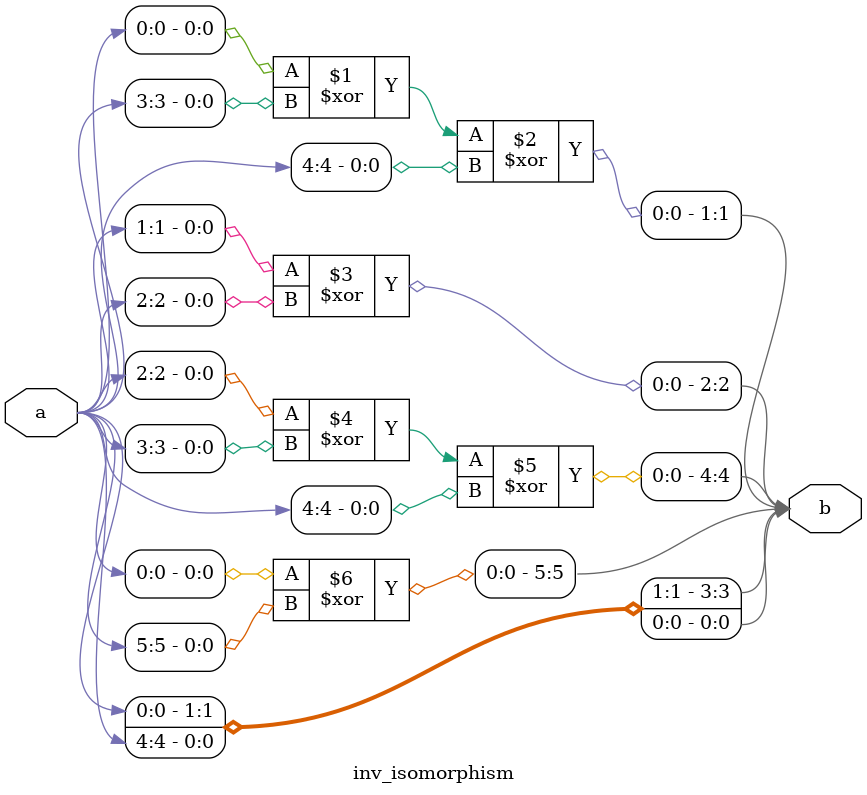
<source format=v>
`timescale 1ns/100ps
module SMS23_5_nn_7_6(x,y);
	 input [5:0] x;
	 output [5:0] y;
	 wire [5:0] w;
	 wire [5:0] p;
	 isomorphism C2 (x,w);
	 power_5 C3 (w,p);
	 inv_isomorphism C4 (p,y);
endmodule

module square_base(a,b);
	 input [1:0] a;
	 output [1:0] b;
	 assign b[0]=a[1];
	 assign b[1]=a[0];
endmodule

module add_base(a,b,c);
	 input [1:0] a;
	 input [1:0] b;
	 output [1:0] c;
	 assign c[0]=a[0]^b[0];
	 assign c[1]=a[1]^b[1];
endmodule

module constant_multiplication_base_0(a,b);
	 input [1:0] a;
	 output [1:0] b;
	 assign b[0]=0;
	 assign b[1]=0;
endmodule

module constant_multiplication_base_1(a,b);
	 input [1:0] a;
	 output [1:0] b;
	 assign b[0]=a[0];
	 assign b[1]=a[1];
endmodule

module constant_multiplication_base_2(a,b);
	 input [1:0] a;
	 output [1:0] b;
	 assign b[0]=a[1];
	 assign b[1]=a[0]^a[1];
endmodule

module constant_multiplication_base_3(a,b);
	 input [1:0] a;
	 output [1:0] b;
	 assign b[0]=a[0]^a[1];
	 assign b[1]=a[0];
endmodule

module multiplication_base(a,b,c);
	 input [1:0] a;
	 input [1:0] b;
	 output [1:0] c;
	 wire t;
	 assign t=(a[0]&b[1])^(a[1]&b[0]);
	 assign c[0]=(a[1]&b[1])^t;
	 assign c[1]=(a[0]&b[0])^t;
endmodule
module power_5(a,b);
	 input [5:0] a;
	 output [5:0] b;
	 wire [1:0] x_0;
	 wire [1:0] x_1;
	 wire [1:0] x_2;
	 wire [1:0] y_0;
	 wire [1:0] y_1;
	 wire [1:0] y_2;
	 wire [1:0] y_3;
	 wire [1:0] y_4;
	 wire [1:0] y_5;
	 wire [1:0] z_00;
	 wire [1:0] z_01;
	 wire [1:0] z_02;
	 wire [1:0] z_03;
	 wire [1:0] z_04;
	 wire [1:0] z_10;
	 wire [1:0] z_11;
	 wire [1:0] z_12;
	 wire [1:0] z_13;
	 wire [1:0] z_14;
	 wire [1:0] z_20;
	 wire [1:0] z_21;
	 wire [1:0] z_22;
	 wire [1:0] z_23;
	 wire [1:0] z_24;
	 wire [1:0] w_00;
	 wire [1:0] w_01;
	 wire [1:0] w_02;
	 wire [1:0] w_03;
	 wire [1:0] w_04;
	 wire [1:0] w_05;
	 wire [1:0] w_10;
	 wire [1:0] w_11;
	 wire [1:0] w_12;
	 wire [1:0] w_13;
	 wire [1:0] w_14;
	 wire [1:0] w_15;
	 wire [1:0] w_20;
	 wire [1:0] w_21;
	 wire [1:0] w_22;
	 wire [1:0] w_23;
	 wire [1:0] w_24;
	 wire [1:0] w_25;
	 assign x_0[0]=a[0];
	 assign x_0[1]=a[1];
	 assign x_1[0]=a[2];
	 assign x_1[1]=a[3];
	 assign x_2[0]=a[4];
	 assign x_2[1]=a[5];
	 square_base A1 (x_0,y_0);
	 square_base A2 (x_1,y_1);
	 square_base A3 (x_2,y_2);
	 multiplication_base A4 (x_0,x_1,y_3);
	 multiplication_base A5 (x_0,x_2,y_4);
	 multiplication_base A6 (x_1,x_2,y_5);
	 constant_multiplication_base_0 MC00 (y_0,w_00);
	 constant_multiplication_base_3 MC01 (y_1,w_01);
	 constant_multiplication_base_3 MC02 (y_2,w_02);
	 constant_multiplication_base_0 MC03 (y_3,w_03);
	 constant_multiplication_base_3 MC04 (y_4,w_04);
	 constant_multiplication_base_0 MC05 (y_5,w_05);
	 constant_multiplication_base_3 MC10 (y_0,w_10);
	 constant_multiplication_base_0 MC11 (y_1,w_11);
	 constant_multiplication_base_3 MC12 (y_2,w_12);
	 constant_multiplication_base_3 MC13 (y_3,w_13);
	 constant_multiplication_base_0 MC14 (y_4,w_14);
	 constant_multiplication_base_0 MC15 (y_5,w_15);
	 constant_multiplication_base_3 MC20 (y_0,w_20);
	 constant_multiplication_base_3 MC21 (y_1,w_21);
	 constant_multiplication_base_0 MC22 (y_2,w_22);
	 constant_multiplication_base_0 MC23 (y_3,w_23);
	 constant_multiplication_base_0 MC24 (y_4,w_24);
	 constant_multiplication_base_3 MC25 (y_5,w_25);
	 add_base B00 (w_00,w_01,z_00);
	 add_base B01 (w_02,w_03,z_01);
	 add_base B02 (w_04,w_05,z_02);
	 add_base B03 (z_00,z_01,z_03);
	 add_base B04 (z_03,z_02,z_04);
	 add_base B10 (w_10,w_11,z_10);
	 add_base B11 (w_12,w_13,z_11);
	 add_base B12 (w_14,w_15,z_12);
	 add_base B13 (z_10,z_11,z_13);
	 add_base B14 (z_13,z_12,z_14);
	 add_base B20 (w_20,w_21,z_20);
	 add_base B21 (w_22,w_23,z_21);
	 add_base B22 (w_24,w_25,z_22);
	 add_base B23 (z_20,z_21,z_23);
	 add_base B24 (z_23,z_22,z_24);
	 assign b[0]=z_04[0];
	 assign b[1]=z_04[1];
	 assign b[2]=z_14[0];
	 assign b[3]=z_14[1];
	 assign b[4]=z_24[0];
	 assign b[5]=z_24[1];
endmodule

module isomorphism(a,b);
	 input [5:0] a;
	 output [5:0] b;
	 assign b[0]=a[1]^a[2]^a[5];
	 assign b[1]=a[0]^a[1]^a[2]^a[3]^a[5];
	 assign b[2]=a[4]^a[5];
	 assign b[3]=a[0]^a[1]^a[4]^a[5];
	 assign b[4]=a[5];
	 assign b[5]=a[2]^a[4];
endmodule

module inv_isomorphism(a,b);
	 input [5:0] a;
	 output [5:0] b;
	 assign b[0]=a[4];
	 assign b[1]=a[0]^a[3]^a[4];
	 assign b[2]=a[1]^a[2];
	 assign b[3]=a[0];
	 assign b[4]=a[2]^a[3]^a[4];
	 assign b[5]=a[0]^a[5];
endmodule


</source>
